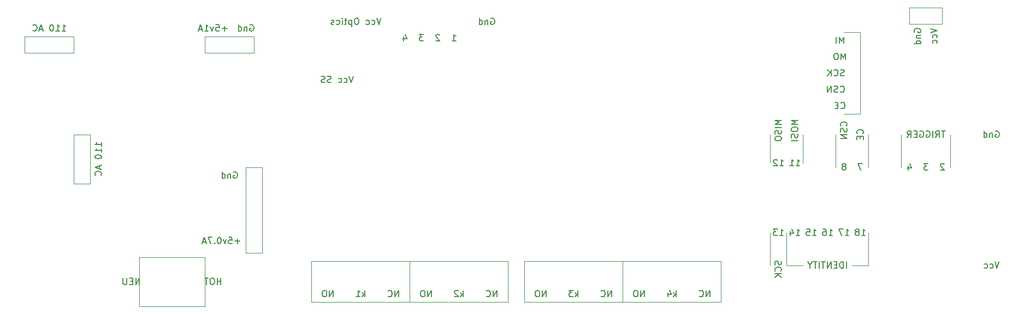
<source format=gbr>
G04 #@! TF.GenerationSoftware,KiCad,Pcbnew,5.1.5*
G04 #@! TF.CreationDate,2020-01-03T21:14:40-05:00*
G04 #@! TF.ProjectId,Poofer Control,506f6f66-6572-4204-936f-6e74726f6c2e,rev?*
G04 #@! TF.SameCoordinates,Original*
G04 #@! TF.FileFunction,Legend,Bot*
G04 #@! TF.FilePolarity,Positive*
%FSLAX46Y46*%
G04 Gerber Fmt 4.6, Leading zero omitted, Abs format (unit mm)*
G04 Created by KiCad (PCBNEW 5.1.5) date 2020-01-03 21:14:40*
%MOMM*%
%LPD*%
G04 APERTURE LIST*
%ADD10C,0.150000*%
%ADD11C,0.120000*%
G04 APERTURE END LIST*
D10*
X92701904Y-95702380D02*
X92701904Y-94702380D01*
X92130476Y-95702380D01*
X92130476Y-94702380D01*
X91654285Y-95178571D02*
X91320952Y-95178571D01*
X91178095Y-95702380D02*
X91654285Y-95702380D01*
X91654285Y-94702380D01*
X91178095Y-94702380D01*
X90749523Y-94702380D02*
X90749523Y-95511904D01*
X90701904Y-95607142D01*
X90654285Y-95654761D01*
X90559047Y-95702380D01*
X90368571Y-95702380D01*
X90273333Y-95654761D01*
X90225714Y-95607142D01*
X90178095Y-95511904D01*
X90178095Y-94702380D01*
X105330476Y-95702380D02*
X105330476Y-94702380D01*
X105330476Y-95178571D02*
X104759047Y-95178571D01*
X104759047Y-95702380D02*
X104759047Y-94702380D01*
X104092380Y-94702380D02*
X103901904Y-94702380D01*
X103806666Y-94750000D01*
X103711428Y-94845238D01*
X103663809Y-95035714D01*
X103663809Y-95369047D01*
X103711428Y-95559523D01*
X103806666Y-95654761D01*
X103901904Y-95702380D01*
X104092380Y-95702380D01*
X104187619Y-95654761D01*
X104282857Y-95559523D01*
X104330476Y-95369047D01*
X104330476Y-95035714D01*
X104282857Y-94845238D01*
X104187619Y-94750000D01*
X104092380Y-94702380D01*
X103378095Y-94702380D02*
X102806666Y-94702380D01*
X103092380Y-95702380D02*
X103092380Y-94702380D01*
D11*
X102870000Y-91440000D02*
X102870000Y-99060000D01*
X92710000Y-91440000D02*
X102870000Y-91440000D01*
X92710000Y-99060000D02*
X92710000Y-91440000D01*
X102870000Y-99060000D02*
X92710000Y-99060000D01*
X182880000Y-98425000D02*
X167640000Y-98425000D01*
X182880000Y-92075000D02*
X182880000Y-98425000D01*
X167640000Y-92075000D02*
X182880000Y-92075000D01*
X167640000Y-92075000D02*
X152400000Y-92075000D01*
X167640000Y-98425000D02*
X167640000Y-92075000D01*
X152400000Y-98425000D02*
X167640000Y-98425000D01*
X152400000Y-92075000D02*
X152400000Y-98425000D01*
X149860000Y-98425000D02*
X134620000Y-98425000D01*
X149860000Y-92075000D02*
X149860000Y-98425000D01*
X134620000Y-92075000D02*
X149860000Y-92075000D01*
X119380000Y-98425000D02*
X119380000Y-92075000D01*
X134620000Y-98425000D02*
X119380000Y-98425000D01*
X134620000Y-92075000D02*
X134620000Y-98425000D01*
X119380000Y-92075000D02*
X134620000Y-92075000D01*
X109220000Y-90805000D02*
X109220000Y-77470000D01*
X111760000Y-90805000D02*
X109220000Y-90805000D01*
X111760000Y-77470000D02*
X111760000Y-90805000D01*
X109220000Y-77470000D02*
X111760000Y-77470000D01*
X82550000Y-72390000D02*
X85090000Y-72390000D01*
X82550000Y-80010000D02*
X82550000Y-72390000D01*
X85090000Y-80010000D02*
X82550000Y-80010000D01*
X85090000Y-72390000D02*
X85090000Y-80010000D01*
X218440000Y-76200000D02*
X218440000Y-77470000D01*
X210820000Y-76200000D02*
X210820000Y-77470000D01*
X205740000Y-76200000D02*
X205740000Y-77470000D01*
X200660000Y-76200000D02*
X200660000Y-77470000D01*
X193040000Y-87630000D02*
X193040000Y-88900000D01*
X205740000Y-87630000D02*
X205740000Y-88900000D01*
X210820000Y-72390000D02*
X210820000Y-76200000D01*
X218440000Y-72390000D02*
X218440000Y-76200000D01*
X200660000Y-72390000D02*
X200660000Y-73660000D01*
X205740000Y-72390000D02*
X205740000Y-74930000D01*
X205740000Y-73660000D02*
X205740000Y-76200000D01*
X200660000Y-73660000D02*
X200660000Y-76200000D01*
X205740000Y-92710000D02*
X205740000Y-88900000D01*
X203200000Y-92710000D02*
X205740000Y-92710000D01*
X193040000Y-92710000D02*
X195580000Y-92710000D01*
X193040000Y-88900000D02*
X193040000Y-92710000D01*
X190500000Y-87630000D02*
X190500000Y-92710000D01*
X190500000Y-76835000D02*
X190500000Y-72390000D01*
X195580000Y-72390000D02*
X195580000Y-76835000D01*
X217170000Y-55245000D02*
X212090000Y-55245000D01*
X217170000Y-52705000D02*
X217170000Y-55245000D01*
X212090000Y-52705000D02*
X217170000Y-52705000D01*
X212090000Y-55245000D02*
X212090000Y-52705000D01*
X204470000Y-56515000D02*
X201930000Y-56515000D01*
X204470000Y-69215000D02*
X204470000Y-56515000D01*
X201930000Y-69215000D02*
X204470000Y-69215000D01*
X74930000Y-59690000D02*
X82550000Y-59690000D01*
X74930000Y-57150000D02*
X74930000Y-59690000D01*
X82550000Y-57150000D02*
X74930000Y-57150000D01*
X82550000Y-59690000D02*
X82550000Y-57150000D01*
X102870000Y-59690000D02*
X110490000Y-59690000D01*
X102870000Y-57150000D02*
X102870000Y-59690000D01*
X110490000Y-57150000D02*
X102870000Y-57150000D01*
X110490000Y-59690000D02*
X110490000Y-57150000D01*
D10*
X147200857Y-54364000D02*
X147296095Y-54316380D01*
X147438952Y-54316380D01*
X147581809Y-54364000D01*
X147677047Y-54459238D01*
X147724666Y-54554476D01*
X147772285Y-54744952D01*
X147772285Y-54887809D01*
X147724666Y-55078285D01*
X147677047Y-55173523D01*
X147581809Y-55268761D01*
X147438952Y-55316380D01*
X147343714Y-55316380D01*
X147200857Y-55268761D01*
X147153238Y-55221142D01*
X147153238Y-54887809D01*
X147343714Y-54887809D01*
X146724666Y-54649714D02*
X146724666Y-55316380D01*
X146724666Y-54744952D02*
X146677047Y-54697333D01*
X146581809Y-54649714D01*
X146438952Y-54649714D01*
X146343714Y-54697333D01*
X146296095Y-54792571D01*
X146296095Y-55316380D01*
X145391333Y-55316380D02*
X145391333Y-54316380D01*
X145391333Y-55268761D02*
X145486571Y-55316380D01*
X145677047Y-55316380D01*
X145772285Y-55268761D01*
X145819904Y-55221142D01*
X145867523Y-55125904D01*
X145867523Y-54840190D01*
X145819904Y-54744952D01*
X145772285Y-54697333D01*
X145677047Y-54649714D01*
X145486571Y-54649714D01*
X145391333Y-54697333D01*
X141192285Y-57856380D02*
X141763714Y-57856380D01*
X141478000Y-57856380D02*
X141478000Y-56856380D01*
X141573238Y-56999238D01*
X141668476Y-57094476D01*
X141763714Y-57142095D01*
X139223714Y-56951619D02*
X139176095Y-56904000D01*
X139080857Y-56856380D01*
X138842761Y-56856380D01*
X138747523Y-56904000D01*
X138699904Y-56951619D01*
X138652285Y-57046857D01*
X138652285Y-57142095D01*
X138699904Y-57284952D01*
X139271333Y-57856380D01*
X138652285Y-57856380D01*
X136731333Y-56856380D02*
X136112285Y-56856380D01*
X136445619Y-57237333D01*
X136302761Y-57237333D01*
X136207523Y-57284952D01*
X136159904Y-57332571D01*
X136112285Y-57427809D01*
X136112285Y-57665904D01*
X136159904Y-57761142D01*
X136207523Y-57808761D01*
X136302761Y-57856380D01*
X136588476Y-57856380D01*
X136683714Y-57808761D01*
X136731333Y-57761142D01*
X133667523Y-57189714D02*
X133667523Y-57856380D01*
X133905619Y-56808761D02*
X134143714Y-57523047D01*
X133524666Y-57523047D01*
X130142761Y-54316380D02*
X129809428Y-55316380D01*
X129476095Y-54316380D01*
X128714190Y-55268761D02*
X128809428Y-55316380D01*
X128999904Y-55316380D01*
X129095142Y-55268761D01*
X129142761Y-55221142D01*
X129190380Y-55125904D01*
X129190380Y-54840190D01*
X129142761Y-54744952D01*
X129095142Y-54697333D01*
X128999904Y-54649714D01*
X128809428Y-54649714D01*
X128714190Y-54697333D01*
X127857047Y-55268761D02*
X127952285Y-55316380D01*
X128142761Y-55316380D01*
X128238000Y-55268761D01*
X128285619Y-55221142D01*
X128333238Y-55125904D01*
X128333238Y-54840190D01*
X128285619Y-54744952D01*
X128238000Y-54697333D01*
X128142761Y-54649714D01*
X127952285Y-54649714D01*
X127857047Y-54697333D01*
X126476095Y-54316380D02*
X126285619Y-54316380D01*
X126190380Y-54364000D01*
X126095142Y-54459238D01*
X126047523Y-54649714D01*
X126047523Y-54983047D01*
X126095142Y-55173523D01*
X126190380Y-55268761D01*
X126285619Y-55316380D01*
X126476095Y-55316380D01*
X126571333Y-55268761D01*
X126666571Y-55173523D01*
X126714190Y-54983047D01*
X126714190Y-54649714D01*
X126666571Y-54459238D01*
X126571333Y-54364000D01*
X126476095Y-54316380D01*
X125618952Y-54649714D02*
X125618952Y-55649714D01*
X125618952Y-54697333D02*
X125523714Y-54649714D01*
X125333238Y-54649714D01*
X125238000Y-54697333D01*
X125190380Y-54744952D01*
X125142761Y-54840190D01*
X125142761Y-55125904D01*
X125190380Y-55221142D01*
X125238000Y-55268761D01*
X125333238Y-55316380D01*
X125523714Y-55316380D01*
X125618952Y-55268761D01*
X124857047Y-54649714D02*
X124476095Y-54649714D01*
X124714190Y-54316380D02*
X124714190Y-55173523D01*
X124666571Y-55268761D01*
X124571333Y-55316380D01*
X124476095Y-55316380D01*
X124142761Y-55316380D02*
X124142761Y-54649714D01*
X124142761Y-54316380D02*
X124190380Y-54364000D01*
X124142761Y-54411619D01*
X124095142Y-54364000D01*
X124142761Y-54316380D01*
X124142761Y-54411619D01*
X123238000Y-55268761D02*
X123333238Y-55316380D01*
X123523714Y-55316380D01*
X123618952Y-55268761D01*
X123666571Y-55221142D01*
X123714190Y-55125904D01*
X123714190Y-54840190D01*
X123666571Y-54744952D01*
X123618952Y-54697333D01*
X123523714Y-54649714D01*
X123333238Y-54649714D01*
X123238000Y-54697333D01*
X122857047Y-55268761D02*
X122761809Y-55316380D01*
X122571333Y-55316380D01*
X122476095Y-55268761D01*
X122428476Y-55173523D01*
X122428476Y-55125904D01*
X122476095Y-55030666D01*
X122571333Y-54983047D01*
X122714190Y-54983047D01*
X122809428Y-54935428D01*
X122857047Y-54840190D01*
X122857047Y-54792571D01*
X122809428Y-54697333D01*
X122714190Y-54649714D01*
X122571333Y-54649714D01*
X122476095Y-54697333D01*
X125840809Y-63333380D02*
X125507476Y-64333380D01*
X125174142Y-63333380D01*
X124412238Y-64285761D02*
X124507476Y-64333380D01*
X124697952Y-64333380D01*
X124793190Y-64285761D01*
X124840809Y-64238142D01*
X124888428Y-64142904D01*
X124888428Y-63857190D01*
X124840809Y-63761952D01*
X124793190Y-63714333D01*
X124697952Y-63666714D01*
X124507476Y-63666714D01*
X124412238Y-63714333D01*
X123555095Y-64285761D02*
X123650333Y-64333380D01*
X123840809Y-64333380D01*
X123936047Y-64285761D01*
X123983666Y-64238142D01*
X124031285Y-64142904D01*
X124031285Y-63857190D01*
X123983666Y-63761952D01*
X123936047Y-63714333D01*
X123840809Y-63666714D01*
X123650333Y-63666714D01*
X123555095Y-63714333D01*
X122412238Y-64285761D02*
X122269380Y-64333380D01*
X122031285Y-64333380D01*
X121936047Y-64285761D01*
X121888428Y-64238142D01*
X121840809Y-64142904D01*
X121840809Y-64047666D01*
X121888428Y-63952428D01*
X121936047Y-63904809D01*
X122031285Y-63857190D01*
X122221761Y-63809571D01*
X122317000Y-63761952D01*
X122364619Y-63714333D01*
X122412238Y-63619095D01*
X122412238Y-63523857D01*
X122364619Y-63428619D01*
X122317000Y-63381000D01*
X122221761Y-63333380D01*
X121983666Y-63333380D01*
X121840809Y-63381000D01*
X121459857Y-64285761D02*
X121317000Y-64333380D01*
X121078904Y-64333380D01*
X120983666Y-64285761D01*
X120936047Y-64238142D01*
X120888428Y-64142904D01*
X120888428Y-64047666D01*
X120936047Y-63952428D01*
X120983666Y-63904809D01*
X121078904Y-63857190D01*
X121269380Y-63809571D01*
X121364619Y-63761952D01*
X121412238Y-63714333D01*
X121459857Y-63619095D01*
X121459857Y-63523857D01*
X121412238Y-63428619D01*
X121364619Y-63381000D01*
X121269380Y-63333380D01*
X121031285Y-63333380D01*
X120888428Y-63381000D01*
X122729523Y-97607380D02*
X122729523Y-96607380D01*
X122158095Y-97607380D01*
X122158095Y-96607380D01*
X121491428Y-96607380D02*
X121300952Y-96607380D01*
X121205714Y-96655000D01*
X121110476Y-96750238D01*
X121062857Y-96940714D01*
X121062857Y-97274047D01*
X121110476Y-97464523D01*
X121205714Y-97559761D01*
X121300952Y-97607380D01*
X121491428Y-97607380D01*
X121586666Y-97559761D01*
X121681904Y-97464523D01*
X121729523Y-97274047D01*
X121729523Y-96940714D01*
X121681904Y-96750238D01*
X121586666Y-96655000D01*
X121491428Y-96607380D01*
X127642857Y-97607380D02*
X127642857Y-96607380D01*
X127547619Y-97226428D02*
X127261904Y-97607380D01*
X127261904Y-96940714D02*
X127642857Y-97321666D01*
X126309523Y-97607380D02*
X126880952Y-97607380D01*
X126595238Y-97607380D02*
X126595238Y-96607380D01*
X126690476Y-96750238D01*
X126785714Y-96845476D01*
X126880952Y-96893095D01*
X132865714Y-97607380D02*
X132865714Y-96607380D01*
X132294285Y-97607380D01*
X132294285Y-96607380D01*
X131246666Y-97512142D02*
X131294285Y-97559761D01*
X131437142Y-97607380D01*
X131532380Y-97607380D01*
X131675238Y-97559761D01*
X131770476Y-97464523D01*
X131818095Y-97369285D01*
X131865714Y-97178809D01*
X131865714Y-97035952D01*
X131818095Y-96845476D01*
X131770476Y-96750238D01*
X131675238Y-96655000D01*
X131532380Y-96607380D01*
X131437142Y-96607380D01*
X131294285Y-96655000D01*
X131246666Y-96702619D01*
X137969523Y-97607380D02*
X137969523Y-96607380D01*
X137398095Y-97607380D01*
X137398095Y-96607380D01*
X136731428Y-96607380D02*
X136540952Y-96607380D01*
X136445714Y-96655000D01*
X136350476Y-96750238D01*
X136302857Y-96940714D01*
X136302857Y-97274047D01*
X136350476Y-97464523D01*
X136445714Y-97559761D01*
X136540952Y-97607380D01*
X136731428Y-97607380D01*
X136826666Y-97559761D01*
X136921904Y-97464523D01*
X136969523Y-97274047D01*
X136969523Y-96940714D01*
X136921904Y-96750238D01*
X136826666Y-96655000D01*
X136731428Y-96607380D01*
X142882857Y-97607380D02*
X142882857Y-96607380D01*
X142787619Y-97226428D02*
X142501904Y-97607380D01*
X142501904Y-96940714D02*
X142882857Y-97321666D01*
X142120952Y-96702619D02*
X142073333Y-96655000D01*
X141978095Y-96607380D01*
X141740000Y-96607380D01*
X141644761Y-96655000D01*
X141597142Y-96702619D01*
X141549523Y-96797857D01*
X141549523Y-96893095D01*
X141597142Y-97035952D01*
X142168571Y-97607380D01*
X141549523Y-97607380D01*
X148105714Y-97607380D02*
X148105714Y-96607380D01*
X147534285Y-97607380D01*
X147534285Y-96607380D01*
X146486666Y-97512142D02*
X146534285Y-97559761D01*
X146677142Y-97607380D01*
X146772380Y-97607380D01*
X146915238Y-97559761D01*
X147010476Y-97464523D01*
X147058095Y-97369285D01*
X147105714Y-97178809D01*
X147105714Y-97035952D01*
X147058095Y-96845476D01*
X147010476Y-96750238D01*
X146915238Y-96655000D01*
X146772380Y-96607380D01*
X146677142Y-96607380D01*
X146534285Y-96655000D01*
X146486666Y-96702619D01*
X155749523Y-97607380D02*
X155749523Y-96607380D01*
X155178095Y-97607380D01*
X155178095Y-96607380D01*
X154511428Y-96607380D02*
X154320952Y-96607380D01*
X154225714Y-96655000D01*
X154130476Y-96750238D01*
X154082857Y-96940714D01*
X154082857Y-97274047D01*
X154130476Y-97464523D01*
X154225714Y-97559761D01*
X154320952Y-97607380D01*
X154511428Y-97607380D01*
X154606666Y-97559761D01*
X154701904Y-97464523D01*
X154749523Y-97274047D01*
X154749523Y-96940714D01*
X154701904Y-96750238D01*
X154606666Y-96655000D01*
X154511428Y-96607380D01*
X160662857Y-97607380D02*
X160662857Y-96607380D01*
X160567619Y-97226428D02*
X160281904Y-97607380D01*
X160281904Y-96940714D02*
X160662857Y-97321666D01*
X159948571Y-96607380D02*
X159329523Y-96607380D01*
X159662857Y-96988333D01*
X159520000Y-96988333D01*
X159424761Y-97035952D01*
X159377142Y-97083571D01*
X159329523Y-97178809D01*
X159329523Y-97416904D01*
X159377142Y-97512142D01*
X159424761Y-97559761D01*
X159520000Y-97607380D01*
X159805714Y-97607380D01*
X159900952Y-97559761D01*
X159948571Y-97512142D01*
X165885714Y-97607380D02*
X165885714Y-96607380D01*
X165314285Y-97607380D01*
X165314285Y-96607380D01*
X164266666Y-97512142D02*
X164314285Y-97559761D01*
X164457142Y-97607380D01*
X164552380Y-97607380D01*
X164695238Y-97559761D01*
X164790476Y-97464523D01*
X164838095Y-97369285D01*
X164885714Y-97178809D01*
X164885714Y-97035952D01*
X164838095Y-96845476D01*
X164790476Y-96750238D01*
X164695238Y-96655000D01*
X164552380Y-96607380D01*
X164457142Y-96607380D01*
X164314285Y-96655000D01*
X164266666Y-96702619D01*
X170989523Y-97607380D02*
X170989523Y-96607380D01*
X170418095Y-97607380D01*
X170418095Y-96607380D01*
X169751428Y-96607380D02*
X169560952Y-96607380D01*
X169465714Y-96655000D01*
X169370476Y-96750238D01*
X169322857Y-96940714D01*
X169322857Y-97274047D01*
X169370476Y-97464523D01*
X169465714Y-97559761D01*
X169560952Y-97607380D01*
X169751428Y-97607380D01*
X169846666Y-97559761D01*
X169941904Y-97464523D01*
X169989523Y-97274047D01*
X169989523Y-96940714D01*
X169941904Y-96750238D01*
X169846666Y-96655000D01*
X169751428Y-96607380D01*
X175902857Y-97607380D02*
X175902857Y-96607380D01*
X175807619Y-97226428D02*
X175521904Y-97607380D01*
X175521904Y-96940714D02*
X175902857Y-97321666D01*
X174664761Y-96940714D02*
X174664761Y-97607380D01*
X174902857Y-96559761D02*
X175140952Y-97274047D01*
X174521904Y-97274047D01*
X181125714Y-97607380D02*
X181125714Y-96607380D01*
X180554285Y-97607380D01*
X180554285Y-96607380D01*
X179506666Y-97512142D02*
X179554285Y-97559761D01*
X179697142Y-97607380D01*
X179792380Y-97607380D01*
X179935238Y-97559761D01*
X180030476Y-97464523D01*
X180078095Y-97369285D01*
X180125714Y-97178809D01*
X180125714Y-97035952D01*
X180078095Y-96845476D01*
X180030476Y-96750238D01*
X179935238Y-96655000D01*
X179792380Y-96607380D01*
X179697142Y-96607380D01*
X179554285Y-96655000D01*
X179506666Y-96702619D01*
X107322857Y-78240000D02*
X107418095Y-78192380D01*
X107560952Y-78192380D01*
X107703809Y-78240000D01*
X107799047Y-78335238D01*
X107846666Y-78430476D01*
X107894285Y-78620952D01*
X107894285Y-78763809D01*
X107846666Y-78954285D01*
X107799047Y-79049523D01*
X107703809Y-79144761D01*
X107560952Y-79192380D01*
X107465714Y-79192380D01*
X107322857Y-79144761D01*
X107275238Y-79097142D01*
X107275238Y-78763809D01*
X107465714Y-78763809D01*
X106846666Y-78525714D02*
X106846666Y-79192380D01*
X106846666Y-78620952D02*
X106799047Y-78573333D01*
X106703809Y-78525714D01*
X106560952Y-78525714D01*
X106465714Y-78573333D01*
X106418095Y-78668571D01*
X106418095Y-79192380D01*
X105513333Y-79192380D02*
X105513333Y-78192380D01*
X105513333Y-79144761D02*
X105608571Y-79192380D01*
X105799047Y-79192380D01*
X105894285Y-79144761D01*
X105941904Y-79097142D01*
X105989523Y-79001904D01*
X105989523Y-78716190D01*
X105941904Y-78620952D01*
X105894285Y-78573333D01*
X105799047Y-78525714D01*
X105608571Y-78525714D01*
X105513333Y-78573333D01*
X108267142Y-88971428D02*
X107505238Y-88971428D01*
X107886190Y-89352380D02*
X107886190Y-88590476D01*
X106552857Y-88352380D02*
X107029047Y-88352380D01*
X107076666Y-88828571D01*
X107029047Y-88780952D01*
X106933809Y-88733333D01*
X106695714Y-88733333D01*
X106600476Y-88780952D01*
X106552857Y-88828571D01*
X106505238Y-88923809D01*
X106505238Y-89161904D01*
X106552857Y-89257142D01*
X106600476Y-89304761D01*
X106695714Y-89352380D01*
X106933809Y-89352380D01*
X107029047Y-89304761D01*
X107076666Y-89257142D01*
X106171904Y-88685714D02*
X105933809Y-89352380D01*
X105695714Y-88685714D01*
X105124285Y-88352380D02*
X105029047Y-88352380D01*
X104933809Y-88400000D01*
X104886190Y-88447619D01*
X104838571Y-88542857D01*
X104790952Y-88733333D01*
X104790952Y-88971428D01*
X104838571Y-89161904D01*
X104886190Y-89257142D01*
X104933809Y-89304761D01*
X105029047Y-89352380D01*
X105124285Y-89352380D01*
X105219523Y-89304761D01*
X105267142Y-89257142D01*
X105314761Y-89161904D01*
X105362380Y-88971428D01*
X105362380Y-88733333D01*
X105314761Y-88542857D01*
X105267142Y-88447619D01*
X105219523Y-88400000D01*
X105124285Y-88352380D01*
X104362380Y-89257142D02*
X104314761Y-89304761D01*
X104362380Y-89352380D01*
X104410000Y-89304761D01*
X104362380Y-89257142D01*
X104362380Y-89352380D01*
X103981428Y-88352380D02*
X103314761Y-88352380D01*
X103743333Y-89352380D01*
X102981428Y-89066666D02*
X102505238Y-89066666D01*
X103076666Y-89352380D02*
X102743333Y-88352380D01*
X102410000Y-89352380D01*
X86812380Y-74223809D02*
X86812380Y-73652380D01*
X86812380Y-73938095D02*
X85812380Y-73938095D01*
X85955238Y-73842857D01*
X86050476Y-73747619D01*
X86098095Y-73652380D01*
X86812380Y-75176190D02*
X86812380Y-74604761D01*
X86812380Y-74890476D02*
X85812380Y-74890476D01*
X85955238Y-74795238D01*
X86050476Y-74700000D01*
X86098095Y-74604761D01*
X85812380Y-75795238D02*
X85812380Y-75890476D01*
X85860000Y-75985714D01*
X85907619Y-76033333D01*
X86002857Y-76080952D01*
X86193333Y-76128571D01*
X86431428Y-76128571D01*
X86621904Y-76080952D01*
X86717142Y-76033333D01*
X86764761Y-75985714D01*
X86812380Y-75890476D01*
X86812380Y-75795238D01*
X86764761Y-75700000D01*
X86717142Y-75652380D01*
X86621904Y-75604761D01*
X86431428Y-75557142D01*
X86193333Y-75557142D01*
X86002857Y-75604761D01*
X85907619Y-75652380D01*
X85860000Y-75700000D01*
X85812380Y-75795238D01*
X86526666Y-77271428D02*
X86526666Y-77747619D01*
X86812380Y-77176190D02*
X85812380Y-77509523D01*
X86812380Y-77842857D01*
X86717142Y-78747619D02*
X86764761Y-78700000D01*
X86812380Y-78557142D01*
X86812380Y-78461904D01*
X86764761Y-78319047D01*
X86669523Y-78223809D01*
X86574285Y-78176190D01*
X86383809Y-78128571D01*
X86240952Y-78128571D01*
X86050476Y-78176190D01*
X85955238Y-78223809D01*
X85860000Y-78319047D01*
X85812380Y-78461904D01*
X85812380Y-78557142D01*
X85860000Y-78700000D01*
X85907619Y-78747619D01*
X217606190Y-71842380D02*
X217034761Y-71842380D01*
X217320476Y-72842380D02*
X217320476Y-71842380D01*
X216130000Y-72842380D02*
X216463333Y-72366190D01*
X216701428Y-72842380D02*
X216701428Y-71842380D01*
X216320476Y-71842380D01*
X216225238Y-71890000D01*
X216177619Y-71937619D01*
X216130000Y-72032857D01*
X216130000Y-72175714D01*
X216177619Y-72270952D01*
X216225238Y-72318571D01*
X216320476Y-72366190D01*
X216701428Y-72366190D01*
X215701428Y-72842380D02*
X215701428Y-71842380D01*
X214701428Y-71890000D02*
X214796666Y-71842380D01*
X214939523Y-71842380D01*
X215082380Y-71890000D01*
X215177619Y-71985238D01*
X215225238Y-72080476D01*
X215272857Y-72270952D01*
X215272857Y-72413809D01*
X215225238Y-72604285D01*
X215177619Y-72699523D01*
X215082380Y-72794761D01*
X214939523Y-72842380D01*
X214844285Y-72842380D01*
X214701428Y-72794761D01*
X214653809Y-72747142D01*
X214653809Y-72413809D01*
X214844285Y-72413809D01*
X213701428Y-71890000D02*
X213796666Y-71842380D01*
X213939523Y-71842380D01*
X214082380Y-71890000D01*
X214177619Y-71985238D01*
X214225238Y-72080476D01*
X214272857Y-72270952D01*
X214272857Y-72413809D01*
X214225238Y-72604285D01*
X214177619Y-72699523D01*
X214082380Y-72794761D01*
X213939523Y-72842380D01*
X213844285Y-72842380D01*
X213701428Y-72794761D01*
X213653809Y-72747142D01*
X213653809Y-72413809D01*
X213844285Y-72413809D01*
X213225238Y-72318571D02*
X212891904Y-72318571D01*
X212749047Y-72842380D02*
X213225238Y-72842380D01*
X213225238Y-71842380D01*
X212749047Y-71842380D01*
X211749047Y-72842380D02*
X212082380Y-72366190D01*
X212320476Y-72842380D02*
X212320476Y-71842380D01*
X211939523Y-71842380D01*
X211844285Y-71890000D01*
X211796666Y-71937619D01*
X211749047Y-72032857D01*
X211749047Y-72175714D01*
X211796666Y-72270952D01*
X211844285Y-72318571D01*
X211939523Y-72366190D01*
X212320476Y-72366190D01*
X211899523Y-77255714D02*
X211899523Y-77922380D01*
X212137619Y-76874761D02*
X212375714Y-77589047D01*
X211756666Y-77589047D01*
X214963333Y-76922380D02*
X214344285Y-76922380D01*
X214677619Y-77303333D01*
X214534761Y-77303333D01*
X214439523Y-77350952D01*
X214391904Y-77398571D01*
X214344285Y-77493809D01*
X214344285Y-77731904D01*
X214391904Y-77827142D01*
X214439523Y-77874761D01*
X214534761Y-77922380D01*
X214820476Y-77922380D01*
X214915714Y-77874761D01*
X214963333Y-77827142D01*
X217455714Y-77017619D02*
X217408095Y-76970000D01*
X217312857Y-76922380D01*
X217074761Y-76922380D01*
X216979523Y-76970000D01*
X216931904Y-77017619D01*
X216884285Y-77112857D01*
X216884285Y-77208095D01*
X216931904Y-77350952D01*
X217503333Y-77922380D01*
X216884285Y-77922380D01*
X202287142Y-71064523D02*
X202334761Y-71016904D01*
X202382380Y-70874047D01*
X202382380Y-70778809D01*
X202334761Y-70635952D01*
X202239523Y-70540714D01*
X202144285Y-70493095D01*
X201953809Y-70445476D01*
X201810952Y-70445476D01*
X201620476Y-70493095D01*
X201525238Y-70540714D01*
X201430000Y-70635952D01*
X201382380Y-70778809D01*
X201382380Y-70874047D01*
X201430000Y-71016904D01*
X201477619Y-71064523D01*
X202334761Y-71445476D02*
X202382380Y-71588333D01*
X202382380Y-71826428D01*
X202334761Y-71921666D01*
X202287142Y-71969285D01*
X202191904Y-72016904D01*
X202096666Y-72016904D01*
X202001428Y-71969285D01*
X201953809Y-71921666D01*
X201906190Y-71826428D01*
X201858571Y-71635952D01*
X201810952Y-71540714D01*
X201763333Y-71493095D01*
X201668095Y-71445476D01*
X201572857Y-71445476D01*
X201477619Y-71493095D01*
X201430000Y-71540714D01*
X201382380Y-71635952D01*
X201382380Y-71874047D01*
X201430000Y-72016904D01*
X202382380Y-72445476D02*
X201382380Y-72445476D01*
X202382380Y-73016904D01*
X201382380Y-73016904D01*
X204827142Y-72247142D02*
X204874761Y-72199523D01*
X204922380Y-72056666D01*
X204922380Y-71961428D01*
X204874761Y-71818571D01*
X204779523Y-71723333D01*
X204684285Y-71675714D01*
X204493809Y-71628095D01*
X204350952Y-71628095D01*
X204160476Y-71675714D01*
X204065238Y-71723333D01*
X203970000Y-71818571D01*
X203922380Y-71961428D01*
X203922380Y-72056666D01*
X203970000Y-72199523D01*
X204017619Y-72247142D01*
X204398571Y-72675714D02*
X204398571Y-73009047D01*
X204922380Y-73151904D02*
X204922380Y-72675714D01*
X203922380Y-72675714D01*
X203922380Y-73151904D01*
X202025238Y-77350952D02*
X202120476Y-77303333D01*
X202168095Y-77255714D01*
X202215714Y-77160476D01*
X202215714Y-77112857D01*
X202168095Y-77017619D01*
X202120476Y-76970000D01*
X202025238Y-76922380D01*
X201834761Y-76922380D01*
X201739523Y-76970000D01*
X201691904Y-77017619D01*
X201644285Y-77112857D01*
X201644285Y-77160476D01*
X201691904Y-77255714D01*
X201739523Y-77303333D01*
X201834761Y-77350952D01*
X202025238Y-77350952D01*
X202120476Y-77398571D01*
X202168095Y-77446190D01*
X202215714Y-77541428D01*
X202215714Y-77731904D01*
X202168095Y-77827142D01*
X202120476Y-77874761D01*
X202025238Y-77922380D01*
X201834761Y-77922380D01*
X201739523Y-77874761D01*
X201691904Y-77827142D01*
X201644285Y-77731904D01*
X201644285Y-77541428D01*
X201691904Y-77446190D01*
X201739523Y-77398571D01*
X201834761Y-77350952D01*
X204803333Y-76922380D02*
X204136666Y-76922380D01*
X204565238Y-77922380D01*
X202294761Y-93162380D02*
X202294761Y-92162380D01*
X201818571Y-93162380D02*
X201818571Y-92162380D01*
X201580476Y-92162380D01*
X201437619Y-92210000D01*
X201342380Y-92305238D01*
X201294761Y-92400476D01*
X201247142Y-92590952D01*
X201247142Y-92733809D01*
X201294761Y-92924285D01*
X201342380Y-93019523D01*
X201437619Y-93114761D01*
X201580476Y-93162380D01*
X201818571Y-93162380D01*
X200818571Y-92638571D02*
X200485238Y-92638571D01*
X200342380Y-93162380D02*
X200818571Y-93162380D01*
X200818571Y-92162380D01*
X200342380Y-92162380D01*
X199913809Y-93162380D02*
X199913809Y-92162380D01*
X199342380Y-93162380D01*
X199342380Y-92162380D01*
X199009047Y-92162380D02*
X198437619Y-92162380D01*
X198723333Y-93162380D02*
X198723333Y-92162380D01*
X198104285Y-93162380D02*
X198104285Y-92162380D01*
X197770952Y-92162380D02*
X197199523Y-92162380D01*
X197485238Y-93162380D02*
X197485238Y-92162380D01*
X196675714Y-92686190D02*
X196675714Y-93162380D01*
X197009047Y-92162380D02*
X196675714Y-92686190D01*
X196342380Y-92162380D01*
X204660476Y-88082380D02*
X205231904Y-88082380D01*
X204946190Y-88082380D02*
X204946190Y-87082380D01*
X205041428Y-87225238D01*
X205136666Y-87320476D01*
X205231904Y-87368095D01*
X204089047Y-87510952D02*
X204184285Y-87463333D01*
X204231904Y-87415714D01*
X204279523Y-87320476D01*
X204279523Y-87272857D01*
X204231904Y-87177619D01*
X204184285Y-87130000D01*
X204089047Y-87082380D01*
X203898571Y-87082380D01*
X203803333Y-87130000D01*
X203755714Y-87177619D01*
X203708095Y-87272857D01*
X203708095Y-87320476D01*
X203755714Y-87415714D01*
X203803333Y-87463333D01*
X203898571Y-87510952D01*
X204089047Y-87510952D01*
X204184285Y-87558571D01*
X204231904Y-87606190D01*
X204279523Y-87701428D01*
X204279523Y-87891904D01*
X204231904Y-87987142D01*
X204184285Y-88034761D01*
X204089047Y-88082380D01*
X203898571Y-88082380D01*
X203803333Y-88034761D01*
X203755714Y-87987142D01*
X203708095Y-87891904D01*
X203708095Y-87701428D01*
X203755714Y-87606190D01*
X203803333Y-87558571D01*
X203898571Y-87510952D01*
X202120476Y-88082380D02*
X202691904Y-88082380D01*
X202406190Y-88082380D02*
X202406190Y-87082380D01*
X202501428Y-87225238D01*
X202596666Y-87320476D01*
X202691904Y-87368095D01*
X201787142Y-87082380D02*
X201120476Y-87082380D01*
X201549047Y-88082380D01*
X199580476Y-88082380D02*
X200151904Y-88082380D01*
X199866190Y-88082380D02*
X199866190Y-87082380D01*
X199961428Y-87225238D01*
X200056666Y-87320476D01*
X200151904Y-87368095D01*
X198723333Y-87082380D02*
X198913809Y-87082380D01*
X199009047Y-87130000D01*
X199056666Y-87177619D01*
X199151904Y-87320476D01*
X199199523Y-87510952D01*
X199199523Y-87891904D01*
X199151904Y-87987142D01*
X199104285Y-88034761D01*
X199009047Y-88082380D01*
X198818571Y-88082380D01*
X198723333Y-88034761D01*
X198675714Y-87987142D01*
X198628095Y-87891904D01*
X198628095Y-87653809D01*
X198675714Y-87558571D01*
X198723333Y-87510952D01*
X198818571Y-87463333D01*
X199009047Y-87463333D01*
X199104285Y-87510952D01*
X199151904Y-87558571D01*
X199199523Y-87653809D01*
X197040476Y-88082380D02*
X197611904Y-88082380D01*
X197326190Y-88082380D02*
X197326190Y-87082380D01*
X197421428Y-87225238D01*
X197516666Y-87320476D01*
X197611904Y-87368095D01*
X196135714Y-87082380D02*
X196611904Y-87082380D01*
X196659523Y-87558571D01*
X196611904Y-87510952D01*
X196516666Y-87463333D01*
X196278571Y-87463333D01*
X196183333Y-87510952D01*
X196135714Y-87558571D01*
X196088095Y-87653809D01*
X196088095Y-87891904D01*
X196135714Y-87987142D01*
X196183333Y-88034761D01*
X196278571Y-88082380D01*
X196516666Y-88082380D01*
X196611904Y-88034761D01*
X196659523Y-87987142D01*
X194500476Y-88082380D02*
X195071904Y-88082380D01*
X194786190Y-88082380D02*
X194786190Y-87082380D01*
X194881428Y-87225238D01*
X194976666Y-87320476D01*
X195071904Y-87368095D01*
X193643333Y-87415714D02*
X193643333Y-88082380D01*
X193881428Y-87034761D02*
X194119523Y-87749047D01*
X193500476Y-87749047D01*
X225980476Y-92162380D02*
X225647142Y-93162380D01*
X225313809Y-92162380D01*
X224551904Y-93114761D02*
X224647142Y-93162380D01*
X224837619Y-93162380D01*
X224932857Y-93114761D01*
X224980476Y-93067142D01*
X225028095Y-92971904D01*
X225028095Y-92686190D01*
X224980476Y-92590952D01*
X224932857Y-92543333D01*
X224837619Y-92495714D01*
X224647142Y-92495714D01*
X224551904Y-92543333D01*
X223694761Y-93114761D02*
X223790000Y-93162380D01*
X223980476Y-93162380D01*
X224075714Y-93114761D01*
X224123333Y-93067142D01*
X224170952Y-92971904D01*
X224170952Y-92686190D01*
X224123333Y-92590952D01*
X224075714Y-92543333D01*
X223980476Y-92495714D01*
X223790000Y-92495714D01*
X223694761Y-92543333D01*
X225432857Y-71890000D02*
X225528095Y-71842380D01*
X225670952Y-71842380D01*
X225813809Y-71890000D01*
X225909047Y-71985238D01*
X225956666Y-72080476D01*
X226004285Y-72270952D01*
X226004285Y-72413809D01*
X225956666Y-72604285D01*
X225909047Y-72699523D01*
X225813809Y-72794761D01*
X225670952Y-72842380D01*
X225575714Y-72842380D01*
X225432857Y-72794761D01*
X225385238Y-72747142D01*
X225385238Y-72413809D01*
X225575714Y-72413809D01*
X224956666Y-72175714D02*
X224956666Y-72842380D01*
X224956666Y-72270952D02*
X224909047Y-72223333D01*
X224813809Y-72175714D01*
X224670952Y-72175714D01*
X224575714Y-72223333D01*
X224528095Y-72318571D01*
X224528095Y-72842380D01*
X223623333Y-72842380D02*
X223623333Y-71842380D01*
X223623333Y-72794761D02*
X223718571Y-72842380D01*
X223909047Y-72842380D01*
X224004285Y-72794761D01*
X224051904Y-72747142D01*
X224099523Y-72651904D01*
X224099523Y-72366190D01*
X224051904Y-72270952D01*
X224004285Y-72223333D01*
X223909047Y-72175714D01*
X223718571Y-72175714D01*
X223623333Y-72223333D01*
X192222380Y-70183571D02*
X191222380Y-70183571D01*
X191936666Y-70516904D01*
X191222380Y-70850238D01*
X192222380Y-70850238D01*
X192222380Y-71326428D02*
X191222380Y-71326428D01*
X192174761Y-71755000D02*
X192222380Y-71897857D01*
X192222380Y-72135952D01*
X192174761Y-72231190D01*
X192127142Y-72278809D01*
X192031904Y-72326428D01*
X191936666Y-72326428D01*
X191841428Y-72278809D01*
X191793809Y-72231190D01*
X191746190Y-72135952D01*
X191698571Y-71945476D01*
X191650952Y-71850238D01*
X191603333Y-71802619D01*
X191508095Y-71755000D01*
X191412857Y-71755000D01*
X191317619Y-71802619D01*
X191270000Y-71850238D01*
X191222380Y-71945476D01*
X191222380Y-72183571D01*
X191270000Y-72326428D01*
X191222380Y-72945476D02*
X191222380Y-73135952D01*
X191270000Y-73231190D01*
X191365238Y-73326428D01*
X191555714Y-73374047D01*
X191889047Y-73374047D01*
X192079523Y-73326428D01*
X192174761Y-73231190D01*
X192222380Y-73135952D01*
X192222380Y-72945476D01*
X192174761Y-72850238D01*
X192079523Y-72755000D01*
X191889047Y-72707380D01*
X191555714Y-72707380D01*
X191365238Y-72755000D01*
X191270000Y-72850238D01*
X191222380Y-72945476D01*
X194762380Y-70183571D02*
X193762380Y-70183571D01*
X194476666Y-70516904D01*
X193762380Y-70850238D01*
X194762380Y-70850238D01*
X193762380Y-71516904D02*
X193762380Y-71707380D01*
X193810000Y-71802619D01*
X193905238Y-71897857D01*
X194095714Y-71945476D01*
X194429047Y-71945476D01*
X194619523Y-71897857D01*
X194714761Y-71802619D01*
X194762380Y-71707380D01*
X194762380Y-71516904D01*
X194714761Y-71421666D01*
X194619523Y-71326428D01*
X194429047Y-71278809D01*
X194095714Y-71278809D01*
X193905238Y-71326428D01*
X193810000Y-71421666D01*
X193762380Y-71516904D01*
X194714761Y-72326428D02*
X194762380Y-72469285D01*
X194762380Y-72707380D01*
X194714761Y-72802619D01*
X194667142Y-72850238D01*
X194571904Y-72897857D01*
X194476666Y-72897857D01*
X194381428Y-72850238D01*
X194333809Y-72802619D01*
X194286190Y-72707380D01*
X194238571Y-72516904D01*
X194190952Y-72421666D01*
X194143333Y-72374047D01*
X194048095Y-72326428D01*
X193952857Y-72326428D01*
X193857619Y-72374047D01*
X193810000Y-72421666D01*
X193762380Y-72516904D01*
X193762380Y-72755000D01*
X193810000Y-72897857D01*
X194762380Y-73326428D02*
X193762380Y-73326428D01*
X192174761Y-92059285D02*
X192222380Y-92202142D01*
X192222380Y-92440238D01*
X192174761Y-92535476D01*
X192127142Y-92583095D01*
X192031904Y-92630714D01*
X191936666Y-92630714D01*
X191841428Y-92583095D01*
X191793809Y-92535476D01*
X191746190Y-92440238D01*
X191698571Y-92249761D01*
X191650952Y-92154523D01*
X191603333Y-92106904D01*
X191508095Y-92059285D01*
X191412857Y-92059285D01*
X191317619Y-92106904D01*
X191270000Y-92154523D01*
X191222380Y-92249761D01*
X191222380Y-92487857D01*
X191270000Y-92630714D01*
X192127142Y-93630714D02*
X192174761Y-93583095D01*
X192222380Y-93440238D01*
X192222380Y-93345000D01*
X192174761Y-93202142D01*
X192079523Y-93106904D01*
X191984285Y-93059285D01*
X191793809Y-93011666D01*
X191650952Y-93011666D01*
X191460476Y-93059285D01*
X191365238Y-93106904D01*
X191270000Y-93202142D01*
X191222380Y-93345000D01*
X191222380Y-93440238D01*
X191270000Y-93583095D01*
X191317619Y-93630714D01*
X192222380Y-94059285D02*
X191222380Y-94059285D01*
X192222380Y-94630714D02*
X191650952Y-94202142D01*
X191222380Y-94630714D02*
X191793809Y-94059285D01*
X194500476Y-77287380D02*
X195071904Y-77287380D01*
X194786190Y-77287380D02*
X194786190Y-76287380D01*
X194881428Y-76430238D01*
X194976666Y-76525476D01*
X195071904Y-76573095D01*
X193548095Y-77287380D02*
X194119523Y-77287380D01*
X193833809Y-77287380D02*
X193833809Y-76287380D01*
X193929047Y-76430238D01*
X194024285Y-76525476D01*
X194119523Y-76573095D01*
X191960476Y-77287380D02*
X192531904Y-77287380D01*
X192246190Y-77287380D02*
X192246190Y-76287380D01*
X192341428Y-76430238D01*
X192436666Y-76525476D01*
X192531904Y-76573095D01*
X191579523Y-76382619D02*
X191531904Y-76335000D01*
X191436666Y-76287380D01*
X191198571Y-76287380D01*
X191103333Y-76335000D01*
X191055714Y-76382619D01*
X191008095Y-76477857D01*
X191008095Y-76573095D01*
X191055714Y-76715952D01*
X191627142Y-77287380D01*
X191008095Y-77287380D01*
X191960476Y-88082380D02*
X192531904Y-88082380D01*
X192246190Y-88082380D02*
X192246190Y-87082380D01*
X192341428Y-87225238D01*
X192436666Y-87320476D01*
X192531904Y-87368095D01*
X191627142Y-87082380D02*
X191008095Y-87082380D01*
X191341428Y-87463333D01*
X191198571Y-87463333D01*
X191103333Y-87510952D01*
X191055714Y-87558571D01*
X191008095Y-87653809D01*
X191008095Y-87891904D01*
X191055714Y-87987142D01*
X191103333Y-88034761D01*
X191198571Y-88082380D01*
X191484285Y-88082380D01*
X191579523Y-88034761D01*
X191627142Y-87987142D01*
X201866428Y-58237380D02*
X201866428Y-57237380D01*
X201533095Y-57951666D01*
X201199761Y-57237380D01*
X201199761Y-58237380D01*
X200723571Y-58237380D02*
X200723571Y-57237380D01*
X202152142Y-60777380D02*
X202152142Y-59777380D01*
X201818809Y-60491666D01*
X201485476Y-59777380D01*
X201485476Y-60777380D01*
X200818809Y-59777380D02*
X200628333Y-59777380D01*
X200533095Y-59825000D01*
X200437857Y-59920238D01*
X200390238Y-60110714D01*
X200390238Y-60444047D01*
X200437857Y-60634523D01*
X200533095Y-60729761D01*
X200628333Y-60777380D01*
X200818809Y-60777380D01*
X200914047Y-60729761D01*
X201009285Y-60634523D01*
X201056904Y-60444047D01*
X201056904Y-60110714D01*
X201009285Y-59920238D01*
X200914047Y-59825000D01*
X200818809Y-59777380D01*
X201945714Y-63269761D02*
X201802857Y-63317380D01*
X201564761Y-63317380D01*
X201469523Y-63269761D01*
X201421904Y-63222142D01*
X201374285Y-63126904D01*
X201374285Y-63031666D01*
X201421904Y-62936428D01*
X201469523Y-62888809D01*
X201564761Y-62841190D01*
X201755238Y-62793571D01*
X201850476Y-62745952D01*
X201898095Y-62698333D01*
X201945714Y-62603095D01*
X201945714Y-62507857D01*
X201898095Y-62412619D01*
X201850476Y-62365000D01*
X201755238Y-62317380D01*
X201517142Y-62317380D01*
X201374285Y-62365000D01*
X200374285Y-63222142D02*
X200421904Y-63269761D01*
X200564761Y-63317380D01*
X200660000Y-63317380D01*
X200802857Y-63269761D01*
X200898095Y-63174523D01*
X200945714Y-63079285D01*
X200993333Y-62888809D01*
X200993333Y-62745952D01*
X200945714Y-62555476D01*
X200898095Y-62460238D01*
X200802857Y-62365000D01*
X200660000Y-62317380D01*
X200564761Y-62317380D01*
X200421904Y-62365000D01*
X200374285Y-62412619D01*
X199945714Y-63317380D02*
X199945714Y-62317380D01*
X199374285Y-63317380D02*
X199802857Y-62745952D01*
X199374285Y-62317380D02*
X199945714Y-62888809D01*
X201350476Y-65762142D02*
X201398095Y-65809761D01*
X201540952Y-65857380D01*
X201636190Y-65857380D01*
X201779047Y-65809761D01*
X201874285Y-65714523D01*
X201921904Y-65619285D01*
X201969523Y-65428809D01*
X201969523Y-65285952D01*
X201921904Y-65095476D01*
X201874285Y-65000238D01*
X201779047Y-64905000D01*
X201636190Y-64857380D01*
X201540952Y-64857380D01*
X201398095Y-64905000D01*
X201350476Y-64952619D01*
X200969523Y-65809761D02*
X200826666Y-65857380D01*
X200588571Y-65857380D01*
X200493333Y-65809761D01*
X200445714Y-65762142D01*
X200398095Y-65666904D01*
X200398095Y-65571666D01*
X200445714Y-65476428D01*
X200493333Y-65428809D01*
X200588571Y-65381190D01*
X200779047Y-65333571D01*
X200874285Y-65285952D01*
X200921904Y-65238333D01*
X200969523Y-65143095D01*
X200969523Y-65047857D01*
X200921904Y-64952619D01*
X200874285Y-64905000D01*
X200779047Y-64857380D01*
X200540952Y-64857380D01*
X200398095Y-64905000D01*
X199969523Y-65857380D02*
X199969523Y-64857380D01*
X199398095Y-65857380D01*
X199398095Y-64857380D01*
X201437857Y-68302142D02*
X201485476Y-68349761D01*
X201628333Y-68397380D01*
X201723571Y-68397380D01*
X201866428Y-68349761D01*
X201961666Y-68254523D01*
X202009285Y-68159285D01*
X202056904Y-67968809D01*
X202056904Y-67825952D01*
X202009285Y-67635476D01*
X201961666Y-67540238D01*
X201866428Y-67445000D01*
X201723571Y-67397380D01*
X201628333Y-67397380D01*
X201485476Y-67445000D01*
X201437857Y-67492619D01*
X201009285Y-67873571D02*
X200675952Y-67873571D01*
X200533095Y-68397380D02*
X201009285Y-68397380D01*
X201009285Y-67397380D01*
X200533095Y-67397380D01*
X212860000Y-56507142D02*
X212812380Y-56411904D01*
X212812380Y-56269047D01*
X212860000Y-56126190D01*
X212955238Y-56030952D01*
X213050476Y-55983333D01*
X213240952Y-55935714D01*
X213383809Y-55935714D01*
X213574285Y-55983333D01*
X213669523Y-56030952D01*
X213764761Y-56126190D01*
X213812380Y-56269047D01*
X213812380Y-56364285D01*
X213764761Y-56507142D01*
X213717142Y-56554761D01*
X213383809Y-56554761D01*
X213383809Y-56364285D01*
X213145714Y-56983333D02*
X213812380Y-56983333D01*
X213240952Y-56983333D02*
X213193333Y-57030952D01*
X213145714Y-57126190D01*
X213145714Y-57269047D01*
X213193333Y-57364285D01*
X213288571Y-57411904D01*
X213812380Y-57411904D01*
X213812380Y-58316666D02*
X212812380Y-58316666D01*
X213764761Y-58316666D02*
X213812380Y-58221428D01*
X213812380Y-58030952D01*
X213764761Y-57935714D01*
X213717142Y-57888095D01*
X213621904Y-57840476D01*
X213336190Y-57840476D01*
X213240952Y-57888095D01*
X213193333Y-57935714D01*
X213145714Y-58030952D01*
X213145714Y-58221428D01*
X213193333Y-58316666D01*
X215352380Y-55959523D02*
X216352380Y-56292857D01*
X215352380Y-56626190D01*
X216304761Y-57388095D02*
X216352380Y-57292857D01*
X216352380Y-57102380D01*
X216304761Y-57007142D01*
X216257142Y-56959523D01*
X216161904Y-56911904D01*
X215876190Y-56911904D01*
X215780952Y-56959523D01*
X215733333Y-57007142D01*
X215685714Y-57102380D01*
X215685714Y-57292857D01*
X215733333Y-57388095D01*
X216304761Y-58245238D02*
X216352380Y-58150000D01*
X216352380Y-57959523D01*
X216304761Y-57864285D01*
X216257142Y-57816666D01*
X216161904Y-57769047D01*
X215876190Y-57769047D01*
X215780952Y-57816666D01*
X215733333Y-57864285D01*
X215685714Y-57959523D01*
X215685714Y-58150000D01*
X215733333Y-58245238D01*
X109862857Y-55380000D02*
X109958095Y-55332380D01*
X110100952Y-55332380D01*
X110243809Y-55380000D01*
X110339047Y-55475238D01*
X110386666Y-55570476D01*
X110434285Y-55760952D01*
X110434285Y-55903809D01*
X110386666Y-56094285D01*
X110339047Y-56189523D01*
X110243809Y-56284761D01*
X110100952Y-56332380D01*
X110005714Y-56332380D01*
X109862857Y-56284761D01*
X109815238Y-56237142D01*
X109815238Y-55903809D01*
X110005714Y-55903809D01*
X109386666Y-55665714D02*
X109386666Y-56332380D01*
X109386666Y-55760952D02*
X109339047Y-55713333D01*
X109243809Y-55665714D01*
X109100952Y-55665714D01*
X109005714Y-55713333D01*
X108958095Y-55808571D01*
X108958095Y-56332380D01*
X108053333Y-56332380D02*
X108053333Y-55332380D01*
X108053333Y-56284761D02*
X108148571Y-56332380D01*
X108339047Y-56332380D01*
X108434285Y-56284761D01*
X108481904Y-56237142D01*
X108529523Y-56141904D01*
X108529523Y-55856190D01*
X108481904Y-55760952D01*
X108434285Y-55713333D01*
X108339047Y-55665714D01*
X108148571Y-55665714D01*
X108053333Y-55713333D01*
X106282857Y-55951428D02*
X105520952Y-55951428D01*
X105901904Y-56332380D02*
X105901904Y-55570476D01*
X104568571Y-55332380D02*
X105044761Y-55332380D01*
X105092380Y-55808571D01*
X105044761Y-55760952D01*
X104949523Y-55713333D01*
X104711428Y-55713333D01*
X104616190Y-55760952D01*
X104568571Y-55808571D01*
X104520952Y-55903809D01*
X104520952Y-56141904D01*
X104568571Y-56237142D01*
X104616190Y-56284761D01*
X104711428Y-56332380D01*
X104949523Y-56332380D01*
X105044761Y-56284761D01*
X105092380Y-56237142D01*
X104187619Y-55665714D02*
X103949523Y-56332380D01*
X103711428Y-55665714D01*
X102806666Y-56332380D02*
X103378095Y-56332380D01*
X103092380Y-56332380D02*
X103092380Y-55332380D01*
X103187619Y-55475238D01*
X103282857Y-55570476D01*
X103378095Y-55618095D01*
X102425714Y-56046666D02*
X101949523Y-56046666D01*
X102520952Y-56332380D02*
X102187619Y-55332380D01*
X101854285Y-56332380D01*
X80716190Y-56332380D02*
X81287619Y-56332380D01*
X81001904Y-56332380D02*
X81001904Y-55332380D01*
X81097142Y-55475238D01*
X81192380Y-55570476D01*
X81287619Y-55618095D01*
X79763809Y-56332380D02*
X80335238Y-56332380D01*
X80049523Y-56332380D02*
X80049523Y-55332380D01*
X80144761Y-55475238D01*
X80240000Y-55570476D01*
X80335238Y-55618095D01*
X79144761Y-55332380D02*
X79049523Y-55332380D01*
X78954285Y-55380000D01*
X78906666Y-55427619D01*
X78859047Y-55522857D01*
X78811428Y-55713333D01*
X78811428Y-55951428D01*
X78859047Y-56141904D01*
X78906666Y-56237142D01*
X78954285Y-56284761D01*
X79049523Y-56332380D01*
X79144761Y-56332380D01*
X79240000Y-56284761D01*
X79287619Y-56237142D01*
X79335238Y-56141904D01*
X79382857Y-55951428D01*
X79382857Y-55713333D01*
X79335238Y-55522857D01*
X79287619Y-55427619D01*
X79240000Y-55380000D01*
X79144761Y-55332380D01*
X77668571Y-56046666D02*
X77192380Y-56046666D01*
X77763809Y-56332380D02*
X77430476Y-55332380D01*
X77097142Y-56332380D01*
X76192380Y-56237142D02*
X76240000Y-56284761D01*
X76382857Y-56332380D01*
X76478095Y-56332380D01*
X76620952Y-56284761D01*
X76716190Y-56189523D01*
X76763809Y-56094285D01*
X76811428Y-55903809D01*
X76811428Y-55760952D01*
X76763809Y-55570476D01*
X76716190Y-55475238D01*
X76620952Y-55380000D01*
X76478095Y-55332380D01*
X76382857Y-55332380D01*
X76240000Y-55380000D01*
X76192380Y-55427619D01*
M02*

</source>
